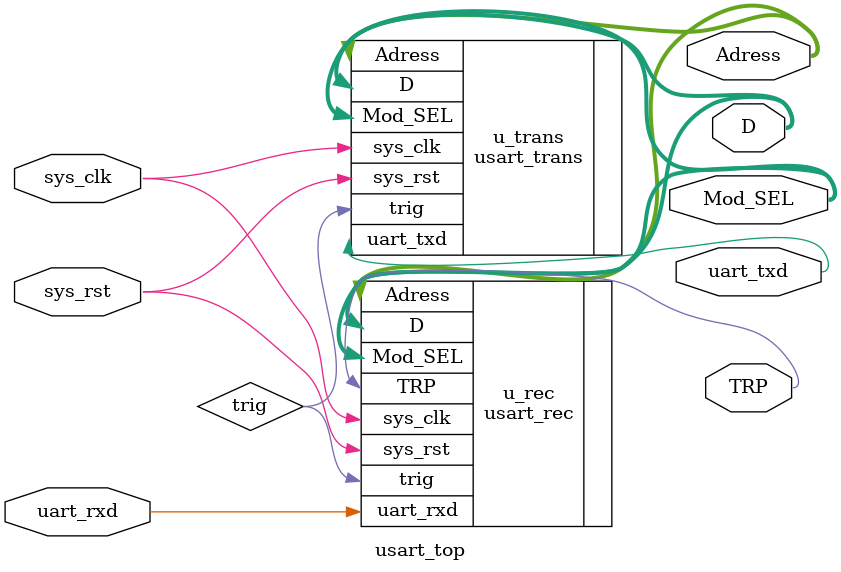
<source format=v>
module usart_top
  (
    input                               sys_clk,sys_rst            ,//使能高电平有效，低电平复位
    input                               uart_rxd                   ,
    output                              uart_txd                   ,
    output             [23:0]           D                          ,
    output             [ 1:0]           Adress                     ,
    output             [ 5:0]           Mod_SEL                    ,
    output                              TRP                         
  );

    parameter                           BPS_CNT = 16'd434          ;//50MHZ,115200bps

wire                                    trig                       ;//接收完毕给信号到发送模块

  usart_rec #(.BPS_CNT(BPS_CNT))
            u_rec                                                   //主从串口握手控制, 接收模块
            (
    .sys_clk                           (sys_clk                   ),
    .sys_rst                           (sys_rst                   ),
    .uart_rxd                          (uart_rxd                  ),
    .trig                              (trig                      ),
    .Adress                            (Adress                    ),
    .Mod_SEL                           (Mod_SEL                   ),
    .D                                 (D                         ),
    .TRP                               (TRP                       ) 
            );

  usart_trans #(.BPS_CNT(BPS_CNT))
              u_trans
              (
    .sys_clk                           (sys_clk                   ),
    .sys_rst                           (sys_rst                   ),
    .uart_txd                          (uart_txd                  ),
    .trig                              (trig                      ),
    .Adress                            (Adress                    ),
    .Mod_SEL                           (Mod_SEL                   ),
    .D                                 (D                         ) 
              );

endmodule


</source>
